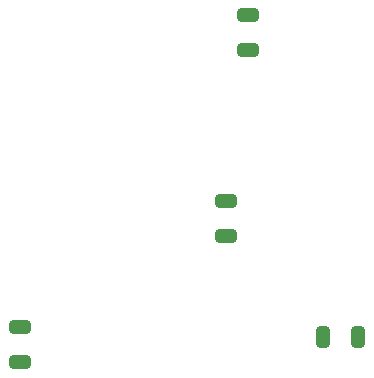
<source format=gbr>
%TF.GenerationSoftware,KiCad,Pcbnew,7.0.7*%
%TF.CreationDate,2024-02-27T23:19:37+01:00*%
%TF.ProjectId,BuzzWireGame,42757a7a-5769-4726-9547-616d652e6b69,v1.0*%
%TF.SameCoordinates,Original*%
%TF.FileFunction,Paste,Top*%
%TF.FilePolarity,Positive*%
%FSLAX46Y46*%
G04 Gerber Fmt 4.6, Leading zero omitted, Abs format (unit mm)*
G04 Created by KiCad (PCBNEW 7.0.7) date 2024-02-27 23:19:37*
%MOMM*%
%LPD*%
G01*
G04 APERTURE LIST*
G04 Aperture macros list*
%AMRoundRect*
0 Rectangle with rounded corners*
0 $1 Rounding radius*
0 $2 $3 $4 $5 $6 $7 $8 $9 X,Y pos of 4 corners*
0 Add a 4 corners polygon primitive as box body*
4,1,4,$2,$3,$4,$5,$6,$7,$8,$9,$2,$3,0*
0 Add four circle primitives for the rounded corners*
1,1,$1+$1,$2,$3*
1,1,$1+$1,$4,$5*
1,1,$1+$1,$6,$7*
1,1,$1+$1,$8,$9*
0 Add four rect primitives between the rounded corners*
20,1,$1+$1,$2,$3,$4,$5,0*
20,1,$1+$1,$4,$5,$6,$7,0*
20,1,$1+$1,$6,$7,$8,$9,0*
20,1,$1+$1,$8,$9,$2,$3,0*%
G04 Aperture macros list end*
%ADD10RoundRect,0.250000X0.650000X-0.325000X0.650000X0.325000X-0.650000X0.325000X-0.650000X-0.325000X0*%
%ADD11RoundRect,0.250000X-0.650000X0.325000X-0.650000X-0.325000X0.650000X-0.325000X0.650000X0.325000X0*%
%ADD12RoundRect,0.250000X0.325000X0.650000X-0.325000X0.650000X-0.325000X-0.650000X0.325000X-0.650000X0*%
G04 APERTURE END LIST*
D10*
%TO.C,C3*%
X141000000Y-90225000D03*
X141000000Y-87275000D03*
%TD*%
D11*
%TO.C,C4*%
X123497400Y-97955000D03*
X123497400Y-100905000D03*
%TD*%
D10*
%TO.C,C2*%
X142800000Y-74475000D03*
X142800000Y-71525000D03*
%TD*%
D12*
%TO.C,C1*%
X152160000Y-98760000D03*
X149210000Y-98760000D03*
%TD*%
M02*

</source>
